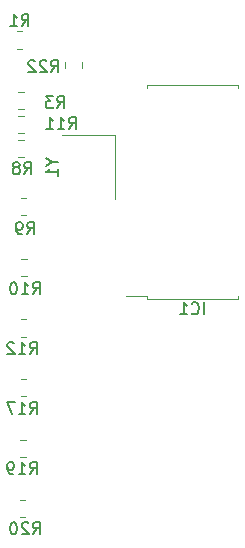
<source format=gbr>
%TF.GenerationSoftware,KiCad,Pcbnew,(6.0.1)*%
%TF.CreationDate,2022-02-13T18:34:14+00:00*%
%TF.ProjectId,module-processing,6d6f6475-6c65-42d7-9072-6f6365737369,rev?*%
%TF.SameCoordinates,Original*%
%TF.FileFunction,Legend,Bot*%
%TF.FilePolarity,Positive*%
%FSLAX46Y46*%
G04 Gerber Fmt 4.6, Leading zero omitted, Abs format (unit mm)*
G04 Created by KiCad (PCBNEW (6.0.1)) date 2022-02-13 18:34:14*
%MOMM*%
%LPD*%
G01*
G04 APERTURE LIST*
%ADD10C,0.150000*%
%ADD11C,0.120000*%
G04 APERTURE END LIST*
D10*
%TO.C,R1*%
X131016666Y-28302380D02*
X131350000Y-27826190D01*
X131588095Y-28302380D02*
X131588095Y-27302380D01*
X131207142Y-27302380D01*
X131111904Y-27350000D01*
X131064285Y-27397619D01*
X131016666Y-27492857D01*
X131016666Y-27635714D01*
X131064285Y-27730952D01*
X131111904Y-27778571D01*
X131207142Y-27826190D01*
X131588095Y-27826190D01*
X130064285Y-28302380D02*
X130635714Y-28302380D01*
X130350000Y-28302380D02*
X130350000Y-27302380D01*
X130445238Y-27445238D01*
X130540476Y-27540476D01*
X130635714Y-27588095D01*
%TO.C,R3*%
X134024666Y-35250380D02*
X134358000Y-34774190D01*
X134596095Y-35250380D02*
X134596095Y-34250380D01*
X134215142Y-34250380D01*
X134119904Y-34298000D01*
X134072285Y-34345619D01*
X134024666Y-34440857D01*
X134024666Y-34583714D01*
X134072285Y-34678952D01*
X134119904Y-34726571D01*
X134215142Y-34774190D01*
X134596095Y-34774190D01*
X133691333Y-34250380D02*
X133072285Y-34250380D01*
X133405619Y-34631333D01*
X133262761Y-34631333D01*
X133167523Y-34678952D01*
X133119904Y-34726571D01*
X133072285Y-34821809D01*
X133072285Y-35059904D01*
X133119904Y-35155142D01*
X133167523Y-35202761D01*
X133262761Y-35250380D01*
X133548476Y-35250380D01*
X133643714Y-35202761D01*
X133691333Y-35155142D01*
%TO.C,R11*%
X135008857Y-37028380D02*
X135342190Y-36552190D01*
X135580285Y-37028380D02*
X135580285Y-36028380D01*
X135199333Y-36028380D01*
X135104095Y-36076000D01*
X135056476Y-36123619D01*
X135008857Y-36218857D01*
X135008857Y-36361714D01*
X135056476Y-36456952D01*
X135104095Y-36504571D01*
X135199333Y-36552190D01*
X135580285Y-36552190D01*
X134056476Y-37028380D02*
X134627904Y-37028380D01*
X134342190Y-37028380D02*
X134342190Y-36028380D01*
X134437428Y-36171238D01*
X134532666Y-36266476D01*
X134627904Y-36314095D01*
X133104095Y-37028380D02*
X133675523Y-37028380D01*
X133389809Y-37028380D02*
X133389809Y-36028380D01*
X133485047Y-36171238D01*
X133580285Y-36266476D01*
X133675523Y-36314095D01*
%TO.C,R9*%
X131484666Y-45918380D02*
X131818000Y-45442190D01*
X132056095Y-45918380D02*
X132056095Y-44918380D01*
X131675142Y-44918380D01*
X131579904Y-44966000D01*
X131532285Y-45013619D01*
X131484666Y-45108857D01*
X131484666Y-45251714D01*
X131532285Y-45346952D01*
X131579904Y-45394571D01*
X131675142Y-45442190D01*
X132056095Y-45442190D01*
X131008476Y-45918380D02*
X130818000Y-45918380D01*
X130722761Y-45870761D01*
X130675142Y-45823142D01*
X130579904Y-45680285D01*
X130532285Y-45489809D01*
X130532285Y-45108857D01*
X130579904Y-45013619D01*
X130627523Y-44966000D01*
X130722761Y-44918380D01*
X130913238Y-44918380D01*
X131008476Y-44966000D01*
X131056095Y-45013619D01*
X131103714Y-45108857D01*
X131103714Y-45346952D01*
X131056095Y-45442190D01*
X131008476Y-45489809D01*
X130913238Y-45537428D01*
X130722761Y-45537428D01*
X130627523Y-45489809D01*
X130579904Y-45442190D01*
X130532285Y-45346952D01*
%TO.C,R10*%
X131960857Y-50998380D02*
X132294190Y-50522190D01*
X132532285Y-50998380D02*
X132532285Y-49998380D01*
X132151333Y-49998380D01*
X132056095Y-50046000D01*
X132008476Y-50093619D01*
X131960857Y-50188857D01*
X131960857Y-50331714D01*
X132008476Y-50426952D01*
X132056095Y-50474571D01*
X132151333Y-50522190D01*
X132532285Y-50522190D01*
X131008476Y-50998380D02*
X131579904Y-50998380D01*
X131294190Y-50998380D02*
X131294190Y-49998380D01*
X131389428Y-50141238D01*
X131484666Y-50236476D01*
X131579904Y-50284095D01*
X130389428Y-49998380D02*
X130294190Y-49998380D01*
X130198952Y-50046000D01*
X130151333Y-50093619D01*
X130103714Y-50188857D01*
X130056095Y-50379333D01*
X130056095Y-50617428D01*
X130103714Y-50807904D01*
X130151333Y-50903142D01*
X130198952Y-50950761D01*
X130294190Y-50998380D01*
X130389428Y-50998380D01*
X130484666Y-50950761D01*
X130532285Y-50903142D01*
X130579904Y-50807904D01*
X130627523Y-50617428D01*
X130627523Y-50379333D01*
X130579904Y-50188857D01*
X130532285Y-50093619D01*
X130484666Y-50046000D01*
X130389428Y-49998380D01*
%TO.C,R12*%
X131706857Y-56078380D02*
X132040190Y-55602190D01*
X132278285Y-56078380D02*
X132278285Y-55078380D01*
X131897333Y-55078380D01*
X131802095Y-55126000D01*
X131754476Y-55173619D01*
X131706857Y-55268857D01*
X131706857Y-55411714D01*
X131754476Y-55506952D01*
X131802095Y-55554571D01*
X131897333Y-55602190D01*
X132278285Y-55602190D01*
X130754476Y-56078380D02*
X131325904Y-56078380D01*
X131040190Y-56078380D02*
X131040190Y-55078380D01*
X131135428Y-55221238D01*
X131230666Y-55316476D01*
X131325904Y-55364095D01*
X130373523Y-55173619D02*
X130325904Y-55126000D01*
X130230666Y-55078380D01*
X129992571Y-55078380D01*
X129897333Y-55126000D01*
X129849714Y-55173619D01*
X129802095Y-55268857D01*
X129802095Y-55364095D01*
X129849714Y-55506952D01*
X130421142Y-56078380D01*
X129802095Y-56078380D01*
%TO.C,R17*%
X131706857Y-61158380D02*
X132040190Y-60682190D01*
X132278285Y-61158380D02*
X132278285Y-60158380D01*
X131897333Y-60158380D01*
X131802095Y-60206000D01*
X131754476Y-60253619D01*
X131706857Y-60348857D01*
X131706857Y-60491714D01*
X131754476Y-60586952D01*
X131802095Y-60634571D01*
X131897333Y-60682190D01*
X132278285Y-60682190D01*
X130754476Y-61158380D02*
X131325904Y-61158380D01*
X131040190Y-61158380D02*
X131040190Y-60158380D01*
X131135428Y-60301238D01*
X131230666Y-60396476D01*
X131325904Y-60444095D01*
X130421142Y-60158380D02*
X129754476Y-60158380D01*
X130183047Y-61158380D01*
%TO.C,R19*%
X131706857Y-66238380D02*
X132040190Y-65762190D01*
X132278285Y-66238380D02*
X132278285Y-65238380D01*
X131897333Y-65238380D01*
X131802095Y-65286000D01*
X131754476Y-65333619D01*
X131706857Y-65428857D01*
X131706857Y-65571714D01*
X131754476Y-65666952D01*
X131802095Y-65714571D01*
X131897333Y-65762190D01*
X132278285Y-65762190D01*
X130754476Y-66238380D02*
X131325904Y-66238380D01*
X131040190Y-66238380D02*
X131040190Y-65238380D01*
X131135428Y-65381238D01*
X131230666Y-65476476D01*
X131325904Y-65524095D01*
X130278285Y-66238380D02*
X130087809Y-66238380D01*
X129992571Y-66190761D01*
X129944952Y-66143142D01*
X129849714Y-66000285D01*
X129802095Y-65809809D01*
X129802095Y-65428857D01*
X129849714Y-65333619D01*
X129897333Y-65286000D01*
X129992571Y-65238380D01*
X130183047Y-65238380D01*
X130278285Y-65286000D01*
X130325904Y-65333619D01*
X130373523Y-65428857D01*
X130373523Y-65666952D01*
X130325904Y-65762190D01*
X130278285Y-65809809D01*
X130183047Y-65857428D01*
X129992571Y-65857428D01*
X129897333Y-65809809D01*
X129849714Y-65762190D01*
X129802095Y-65666952D01*
%TO.C,R20*%
X131960857Y-71318380D02*
X132294190Y-70842190D01*
X132532285Y-71318380D02*
X132532285Y-70318380D01*
X132151333Y-70318380D01*
X132056095Y-70366000D01*
X132008476Y-70413619D01*
X131960857Y-70508857D01*
X131960857Y-70651714D01*
X132008476Y-70746952D01*
X132056095Y-70794571D01*
X132151333Y-70842190D01*
X132532285Y-70842190D01*
X131579904Y-70413619D02*
X131532285Y-70366000D01*
X131437047Y-70318380D01*
X131198952Y-70318380D01*
X131103714Y-70366000D01*
X131056095Y-70413619D01*
X131008476Y-70508857D01*
X131008476Y-70604095D01*
X131056095Y-70746952D01*
X131627523Y-71318380D01*
X131008476Y-71318380D01*
X130389428Y-70318380D02*
X130294190Y-70318380D01*
X130198952Y-70366000D01*
X130151333Y-70413619D01*
X130103714Y-70508857D01*
X130056095Y-70699333D01*
X130056095Y-70937428D01*
X130103714Y-71127904D01*
X130151333Y-71223142D01*
X130198952Y-71270761D01*
X130294190Y-71318380D01*
X130389428Y-71318380D01*
X130484666Y-71270761D01*
X130532285Y-71223142D01*
X130579904Y-71127904D01*
X130627523Y-70937428D01*
X130627523Y-70699333D01*
X130579904Y-70508857D01*
X130532285Y-70413619D01*
X130484666Y-70366000D01*
X130389428Y-70318380D01*
%TO.C,R22*%
X133484857Y-32202380D02*
X133818190Y-31726190D01*
X134056285Y-32202380D02*
X134056285Y-31202380D01*
X133675333Y-31202380D01*
X133580095Y-31250000D01*
X133532476Y-31297619D01*
X133484857Y-31392857D01*
X133484857Y-31535714D01*
X133532476Y-31630952D01*
X133580095Y-31678571D01*
X133675333Y-31726190D01*
X134056285Y-31726190D01*
X133103904Y-31297619D02*
X133056285Y-31250000D01*
X132961047Y-31202380D01*
X132722952Y-31202380D01*
X132627714Y-31250000D01*
X132580095Y-31297619D01*
X132532476Y-31392857D01*
X132532476Y-31488095D01*
X132580095Y-31630952D01*
X133151523Y-32202380D01*
X132532476Y-32202380D01*
X132151523Y-31297619D02*
X132103904Y-31250000D01*
X132008666Y-31202380D01*
X131770571Y-31202380D01*
X131675333Y-31250000D01*
X131627714Y-31297619D01*
X131580095Y-31392857D01*
X131580095Y-31488095D01*
X131627714Y-31630952D01*
X132199142Y-32202380D01*
X131580095Y-32202380D01*
%TO.C,R8*%
X131230666Y-40838380D02*
X131564000Y-40362190D01*
X131802095Y-40838380D02*
X131802095Y-39838380D01*
X131421142Y-39838380D01*
X131325904Y-39886000D01*
X131278285Y-39933619D01*
X131230666Y-40028857D01*
X131230666Y-40171714D01*
X131278285Y-40266952D01*
X131325904Y-40314571D01*
X131421142Y-40362190D01*
X131802095Y-40362190D01*
X130659238Y-40266952D02*
X130754476Y-40219333D01*
X130802095Y-40171714D01*
X130849714Y-40076476D01*
X130849714Y-40028857D01*
X130802095Y-39933619D01*
X130754476Y-39886000D01*
X130659238Y-39838380D01*
X130468761Y-39838380D01*
X130373523Y-39886000D01*
X130325904Y-39933619D01*
X130278285Y-40028857D01*
X130278285Y-40076476D01*
X130325904Y-40171714D01*
X130373523Y-40219333D01*
X130468761Y-40266952D01*
X130659238Y-40266952D01*
X130754476Y-40314571D01*
X130802095Y-40362190D01*
X130849714Y-40457428D01*
X130849714Y-40647904D01*
X130802095Y-40743142D01*
X130754476Y-40790761D01*
X130659238Y-40838380D01*
X130468761Y-40838380D01*
X130373523Y-40790761D01*
X130325904Y-40743142D01*
X130278285Y-40647904D01*
X130278285Y-40457428D01*
X130325904Y-40362190D01*
X130373523Y-40314571D01*
X130468761Y-40266952D01*
%TO.C,IC1*%
X146466190Y-52702380D02*
X146466190Y-51702380D01*
X145418571Y-52607142D02*
X145466190Y-52654761D01*
X145609047Y-52702380D01*
X145704285Y-52702380D01*
X145847142Y-52654761D01*
X145942380Y-52559523D01*
X145990000Y-52464285D01*
X146037619Y-52273809D01*
X146037619Y-52130952D01*
X145990000Y-51940476D01*
X145942380Y-51845238D01*
X145847142Y-51750000D01*
X145704285Y-51702380D01*
X145609047Y-51702380D01*
X145466190Y-51750000D01*
X145418571Y-51797619D01*
X144466190Y-52702380D02*
X145037619Y-52702380D01*
X144751904Y-52702380D02*
X144751904Y-51702380D01*
X144847142Y-51845238D01*
X144942380Y-51940476D01*
X145037619Y-51988095D01*
%TO.C,Y1*%
X133586190Y-39793809D02*
X134062380Y-39793809D01*
X133062380Y-39460476D02*
X133586190Y-39793809D01*
X133062380Y-40127142D01*
X134062380Y-40984285D02*
X134062380Y-40412857D01*
X134062380Y-40698571D02*
X133062380Y-40698571D01*
X133205238Y-40603333D01*
X133300476Y-40508095D01*
X133348095Y-40412857D01*
D11*
%TO.C,R1*%
X131077064Y-28765000D02*
X130622936Y-28765000D01*
X131077064Y-30235000D02*
X130622936Y-30235000D01*
%TO.C,R3*%
X131202064Y-33890000D02*
X130747936Y-33890000D01*
X131202064Y-35360000D02*
X130747936Y-35360000D01*
%TO.C,R11*%
X131202064Y-35915000D02*
X130747936Y-35915000D01*
X131202064Y-37385000D02*
X130747936Y-37385000D01*
%TO.C,R9*%
X130972936Y-42840000D02*
X131427064Y-42840000D01*
X130972936Y-44310000D02*
X131427064Y-44310000D01*
%TO.C,R10*%
X130997936Y-48040000D02*
X131452064Y-48040000D01*
X130997936Y-49510000D02*
X131452064Y-49510000D01*
%TO.C,R12*%
X130972936Y-54610000D02*
X131427064Y-54610000D01*
X130972936Y-53140000D02*
X131427064Y-53140000D01*
%TO.C,R17*%
X130922936Y-58190000D02*
X131377064Y-58190000D01*
X130922936Y-59660000D02*
X131377064Y-59660000D01*
%TO.C,R19*%
X130897936Y-64785000D02*
X131352064Y-64785000D01*
X130897936Y-63315000D02*
X131352064Y-63315000D01*
%TO.C,R20*%
X130872936Y-68415000D02*
X131327064Y-68415000D01*
X130872936Y-69885000D02*
X131327064Y-69885000D01*
%TO.C,R22*%
X134665000Y-31827064D02*
X134665000Y-31372936D01*
X136135000Y-31827064D02*
X136135000Y-31372936D01*
%TO.C,R8*%
X130747936Y-37965000D02*
X131202064Y-37965000D01*
X130747936Y-39435000D02*
X131202064Y-39435000D01*
%TO.C,IC1*%
X145490000Y-51410000D02*
X149350000Y-51410000D01*
X145490000Y-33290000D02*
X149350000Y-33290000D01*
X145490000Y-33290000D02*
X141630000Y-33290000D01*
X141630000Y-51165000D02*
X139815000Y-51165000D01*
X141630000Y-33290000D02*
X141630000Y-33535000D01*
X145490000Y-51410000D02*
X141630000Y-51410000D01*
X141630000Y-51410000D02*
X141630000Y-51165000D01*
X149350000Y-33290000D02*
X149350000Y-33535000D01*
X149350000Y-51410000D02*
X149350000Y-51165000D01*
%TO.C,Y1*%
X134410000Y-37570000D02*
X138910000Y-37570000D01*
X138910000Y-37570000D02*
X138910000Y-42970000D01*
%TD*%
M02*

</source>
